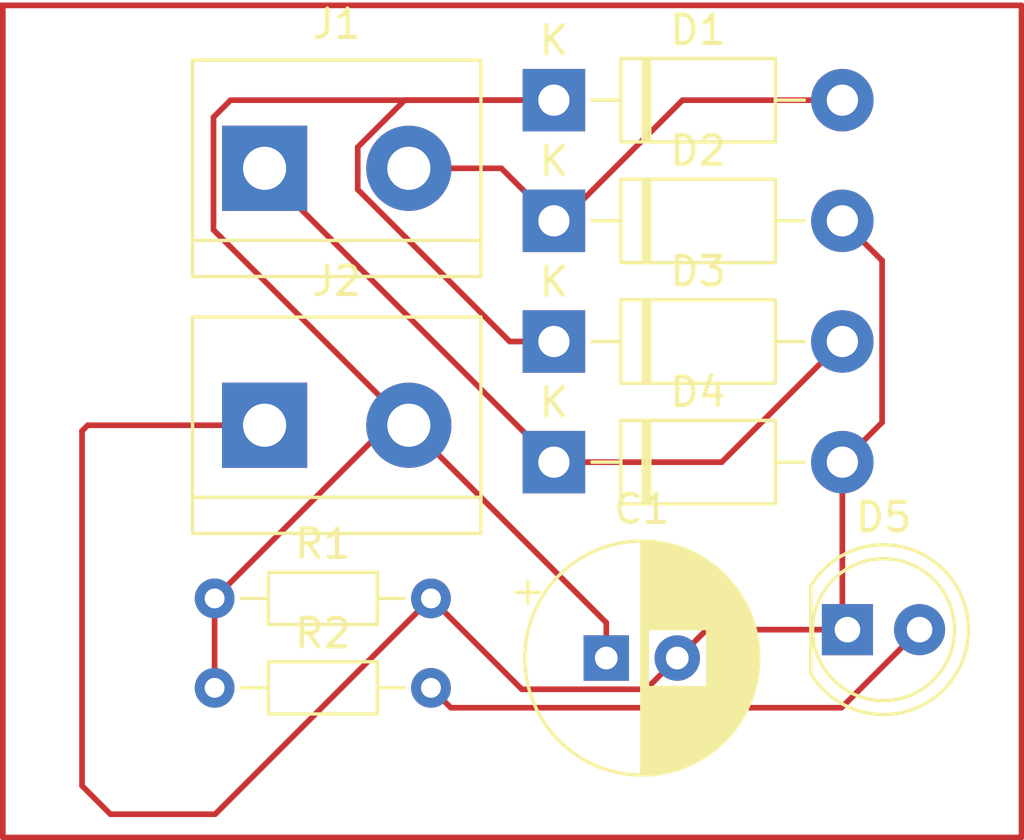
<source format=kicad_pcb>
(kicad_pcb (version 20240108) (generator "pcbnew") (generator_version "8.0")
  (layers (0 "F.Cu" signal) (31 "B.Cu" signal) (34 "B.Paste" user) (35 "F.Paste" user) (36 "B.SilkS" user "B.Silkscreen") (37 "F.SilkS" user "F.Silkscreen") (38 "B.Mask" user) (39 "F.Mask" user) (44 "Edge.Cuts" user))
  (net 0 "")
  (net 1 "GND")
  (net 2 "Net-(D1-K)")
  (net 3 "Net-(D1-A)")
  (net 4 "Net-(D3-A)")
  (net 5 "Net-(D5-A)")
  (footprint "TerminalBlock:TerminalBlock_bornier-2_P5.08mm" (layer "F.Cu") (at 139.43 98.8)
    (property "Reference" "J2" (at 2.54 -5.08 0) (layer "F.SilkS"))
    (property "Value" "Screw_Terminal_01x02")
    (fp_line (start -2.54 -3.81) (end -2.54 3.81) (stroke (width 0.12)) (layer "F.SilkS"))
    (fp_line (start -2.54 3.81) (end 7.62 3.81) (stroke (width 0.12)) (layer "F.SilkS"))
    (fp_line (start 7.62 -3.81) (end -2.54 -3.81) (stroke (width 0.12)) (layer "F.SilkS"))
    (fp_line (start 7.62 2.54) (end -2.54 2.54) (stroke (width 0.12)) (layer "F.SilkS"))
    (fp_line (start 7.62 3.81) (end 7.62 -3.81) (stroke (width 0.12)) (layer "F.SilkS"))
    (pad "1" thru_hole rect (at 0 0) (size 3 3) (drill 1.52) (layers "*.Cu" "*.Mask") (net 1 "GND"))
    (pad "2" thru_hole circle (at 5.08 0) (size 3 3) (drill 1.52) (layers "*.Cu" "*.Mask") (net 2 "Net-(D1-K)"))
  )
  (footprint "Diode_THT:D_DO-41_SOD81_P10.16mm_Horizontal" (layer "F.Cu") (at 149.62 95.85)
    (property "Reference" "D3" (at 5.08 -2.47 0) (layer "F.SilkS"))
    (property "Value" "1N4007")
    (fp_line (start 1.34 0) (end 2.36 0) (stroke (width 0.12)) (layer "F.SilkS"))
    (fp_line (start 2.36 -1.47) (end 2.36 1.47) (stroke (width 0.12)) (layer "F.SilkS"))
    (fp_line (start 2.36 1.47) (end 7.8 1.47) (stroke (width 0.12)) (layer "F.SilkS"))
    (fp_line (start 3.14 -1.47) (end 3.14 1.47) (stroke (width 0.12)) (layer "F.SilkS"))
    (fp_line (start 3.26 -1.47) (end 3.26 1.47) (stroke (width 0.12)) (layer "F.SilkS"))
    (fp_line (start 3.38 -1.47) (end 3.38 1.47) (stroke (width 0.12)) (layer "F.SilkS"))
    (fp_line (start 7.8 -1.47) (end 2.36 -1.47) (stroke (width 0.12)) (layer "F.SilkS"))
    (fp_line (start 7.8 1.47) (end 7.8 -1.47) (stroke (width 0.12)) (layer "F.SilkS"))
    (fp_line (start 8.82 0) (end 7.8 0) (stroke (width 0.12)) (layer "F.SilkS"))
    (fp_text user "K" (at 0 -2.1 0) (layer "F.SilkS"))
    (pad "1" thru_hole rect (at 0 0) (size 2.2 2.2) (drill 1.1) (layers "*.Cu" "*.Mask") (net 2 "Net-(D1-K)"))
    (pad "2" thru_hole oval (at 10.16 0) (size 2.2 2.2) (drill 1.1) (layers "*.Cu" "*.Mask") (net 4 "Net-(D3-A)"))
  )
  (footprint "LED_THT:LED_D5.0mm" (layer "F.Cu") (at 159.96 106)
    (property "Reference" "D5" (at 1.27 -3.96 0) (layer "F.SilkS"))
    (property "Value" "LED")
    (fp_line (start -1.29 -1.545) (end -1.29 1.545) (stroke (width 0.12)) (layer "F.SilkS"))
    (fp_arc (start -1.29 -1.54483) (mid 2.072002 -2.880433) (end 4.26 0.000462) (stroke (width 0.12)) (layer "F.SilkS"))
    (fp_arc (start 4.26 -0.000462) (mid 2.072002 2.880433) (end -1.29 1.54483) (stroke (width 0.12)) (layer "F.SilkS"))
    (fp_circle (center 1.27 0) (end 3.77 0) (stroke (width 0.12)) (fill none) (layer "F.SilkS"))
    (pad "1" thru_hole rect (at 0 0) (size 1.8 1.8) (drill 0.9) (layers "*.Cu" "*.Mask") (net 1 "GND"))
    (pad "2" thru_hole circle (at 2.54 0) (size 1.8 1.8) (drill 0.9) (layers "*.Cu" "*.Mask") (net 5 "Net-(D5-A)"))
  )
  (footprint "Capacitor_THT:CP_Radial_D8.0mm_P2.50mm" (layer "F.Cu") (at 151.464698 107)
    (property "Reference" "C1" (at 1.25 -5.25 0) (layer "F.SilkS"))
    (property "Value" "1000")
    (fp_line (start -3.159698 -2.315) (end -2.359698 -2.315) (stroke (width 0.12)) (layer "F.SilkS"))
    (fp_line (start -2.759698 -2.715) (end -2.759698 -1.915) (stroke (width 0.12)) (layer "F.SilkS"))
    (fp_line (start 1.25 -4.08) (end 1.25 4.08) (stroke (width 0.12)) (layer "F.SilkS"))
    (fp_line (start 1.29 -4.08) (end 1.29 4.08) (stroke (width 0.12)) (layer "F.SilkS"))
    (fp_line (start 1.33 -4.08) (end 1.33 4.08) (stroke (width 0.12)) (layer "F.SilkS"))
    (fp_line (start 1.37 -4.079) (end 1.37 4.079) (stroke (width 0.12)) (layer "F.SilkS"))
    (fp_line (start 1.41 -4.077) (end 1.41 4.077) (stroke (width 0.12)) (layer "F.SilkS"))
    (fp_line (start 1.45 -4.076) (end 1.45 4.076) (stroke (width 0.12)) (layer "F.SilkS"))
    (fp_line (start 1.49 -4.074) (end 1.49 -1.04) (stroke (width 0.12)) (layer "F.SilkS"))
    (fp_line (start 1.49 1.04) (end 1.49 4.074) (stroke (width 0.12)) (layer "F.SilkS"))
    (fp_line (start 1.53 -4.071) (end 1.53 -1.04) (stroke (width 0.12)) (layer "F.SilkS"))
    (fp_line (start 1.53 1.04) (end 1.53 4.071) (stroke (width 0.12)) (layer "F.SilkS"))
    (fp_line (start 1.57 -4.068) (end 1.57 -1.04) (stroke (width 0.12)) (layer "F.SilkS"))
    (fp_line (start 1.57 1.04) (end 1.57 4.068) (stroke (width 0.12)) (layer "F.SilkS"))
    (fp_line (start 1.61 -4.065) (end 1.61 -1.04) (stroke (width 0.12)) (layer "F.SilkS"))
    (fp_line (start 1.61 1.04) (end 1.61 4.065) (stroke (width 0.12)) (layer "F.SilkS"))
    (fp_line (start 1.65 -4.061) (end 1.65 -1.04) (stroke (width 0.12)) (layer "F.SilkS"))
    (fp_line (start 1.65 1.04) (end 1.65 4.061) (stroke (width 0.12)) (layer "F.SilkS"))
    (fp_line (start 1.69 -4.057) (end 1.69 -1.04) (stroke (width 0.12)) (layer "F.SilkS"))
    (fp_line (start 1.69 1.04) (end 1.69 4.057) (stroke (width 0.12)) (layer "F.SilkS"))
    (fp_line (start 1.73 -4.052) (end 1.73 -1.04) (stroke (width 0.12)) (layer "F.SilkS"))
    (fp_line (start 1.73 1.04) (end 1.73 4.052) (stroke (width 0.12)) (layer "F.SilkS"))
    (fp_line (start 1.77 -4.048) (end 1.77 -1.04) (stroke (width 0.12)) (layer "F.SilkS"))
    (fp_line (start 1.77 1.04) (end 1.77 4.048) (stroke (width 0.12)) (layer "F.SilkS"))
    (fp_line (start 1.81 -4.042) (end 1.81 -1.04) (stroke (width 0.12)) (layer "F.SilkS"))
    (fp_line (start 1.81 1.04) (end 1.81 4.042) (stroke (width 0.12)) (layer "F.SilkS"))
    (fp_line (start 1.85 -4.037) (end 1.85 -1.04) (stroke (width 0.12)) (layer "F.SilkS"))
    (fp_line (start 1.85 1.04) (end 1.85 4.037) (stroke (width 0.12)) (layer "F.SilkS"))
    (fp_line (start 1.89 -4.03) (end 1.89 -1.04) (stroke (width 0.12)) (layer "F.SilkS"))
    (fp_line (start 1.89 1.04) (end 1.89 4.03) (stroke (width 0.12)) (layer "F.SilkS"))
    (fp_line (start 1.93 -4.024) (end 1.93 -1.04) (stroke (width 0.12)) (layer "F.SilkS"))
    (fp_line (start 1.93 1.04) (end 1.93 4.024) (stroke (width 0.12)) (layer "F.SilkS"))
    (fp_line (start 1.971 -4.017) (end 1.971 -1.04) (stroke (width 0.12)) (layer "F.SilkS"))
    (fp_line (start 1.971 1.04) (end 1.971 4.017) (stroke (width 0.12)) (layer "F.SilkS"))
    (fp_line (start 2.011 -4.01) (end 2.011 -1.04) (stroke (width 0.12)) (layer "F.SilkS"))
    (fp_line (start 2.011 1.04) (end 2.011 4.01) (stroke (width 0.12)) (layer "F.SilkS"))
    (fp_line (start 2.051 -4.002) (end 2.051 -1.04) (stroke (width 0.12)) (layer "F.SilkS"))
    (fp_line (start 2.051 1.04) (end 2.051 4.002) (stroke (width 0.12)) (layer "F.SilkS"))
    (fp_line (start 2.091 -3.994) (end 2.091 -1.04) (stroke (width 0.12)) (layer "F.SilkS"))
    (fp_line (start 2.091 1.04) (end 2.091 3.994) (stroke (width 0.12)) (layer "F.SilkS"))
    (fp_line (start 2.131 -3.985) (end 2.131 -1.04) (stroke (width 0.12)) (layer "F.SilkS"))
    (fp_line (start 2.131 1.04) (end 2.131 3.985) (stroke (width 0.12)) (layer "F.SilkS"))
    (fp_line (start 2.171 -3.976) (end 2.171 -1.04) (stroke (width 0.12)) (layer "F.SilkS"))
    (fp_line (start 2.171 1.04) (end 2.171 3.976) (stroke (width 0.12)) (layer "F.SilkS"))
    (fp_line (start 2.211 -3.967) (end 2.211 -1.04) (stroke (width 0.12)) (layer "F.SilkS"))
    (fp_line (start 2.211 1.04) (end 2.211 3.967) (stroke (width 0.12)) (layer "F.SilkS"))
    (fp_line (start 2.251 -3.957) (end 2.251 -1.04) (stroke (width 0.12)) (layer "F.SilkS"))
    (fp_line (start 2.251 1.04) (end 2.251 3.957) (stroke (width 0.12)) (layer "F.SilkS"))
    (fp_line (start 2.291 -3.947) (end 2.291 -1.04) (stroke (width 0.12)) (layer "F.SilkS"))
    (fp_line (start 2.291 1.04) (end 2.291 3.947) (stroke (width 0.12)) (layer "F.SilkS"))
    (fp_line (start 2.331 -3.936) (end 2.331 -1.04) (stroke (width 0.12)) (layer "F.SilkS"))
    (fp_line (start 2.331 1.04) (end 2.331 3.936) (stroke (width 0.12)) (layer "F.SilkS"))
    (fp_line (start 2.371 -3.925) (end 2.371 -1.04) (stroke (width 0.12)) (layer "F.SilkS"))
    (fp_line (start 2.371 1.04) (end 2.371 3.925) (stroke (width 0.12)) (layer "F.SilkS"))
    (fp_line (start 2.411 -3.914) (end 2.411 -1.04) (stroke (width 0.12)) (layer "F.SilkS"))
    (fp_line (start 2.411 1.04) (end 2.411 3.914) (stroke (width 0.12)) (layer "F.SilkS"))
    (fp_line (start 2.451 -3.902) (end 2.451 -1.04) (stroke (width 0.12)) (layer "F.SilkS"))
    (fp_line (start 2.451 1.04) (end 2.451 3.902) (stroke (width 0.12)) (layer "F.SilkS"))
    (fp_line (start 2.491 -3.889) (end 2.491 -1.04) (stroke (width 0.12)) (layer "F.SilkS"))
    (fp_line (start 2.491 1.04) (end 2.491 3.889) (stroke (width 0.12)) (layer "F.SilkS"))
    (fp_line (start 2.531 -3.877) (end 2.531 -1.04) (stroke (width 0.12)) (layer "F.SilkS"))
    (fp_line (start 2.531 1.04) (end 2.531 3.877) (stroke (width 0.12)) (layer "F.SilkS"))
    (fp_line (start 2.571 -3.863) (end 2.571 -1.04) (stroke (width 0.12)) (layer "F.SilkS"))
    (fp_line (start 2.571 1.04) (end 2.571 3.863) (stroke (width 0.12)) (layer "F.SilkS"))
    (fp_line (start 2.611 -3.85) (end 2.611 -1.04) (stroke (width 0.12)) (layer "F.SilkS"))
    (fp_line (start 2.611 1.04) (end 2.611 3.85) (stroke (width 0.12)) (layer "F.SilkS"))
    (fp_line (start 2.651 -3.835) (end 2.651 -1.04) (stroke (width 0.12)) (layer "F.SilkS"))
    (fp_line (start 2.651 1.04) (end 2.651 3.835) (stroke (width 0.12)) (layer "F.SilkS"))
    (fp_line (start 2.691 -3.821) (end 2.691 -1.04) (stroke (width 0.12)) (layer "F.SilkS"))
    (fp_line (start 2.691 1.04) (end 2.691 3.821) (stroke (width 0.12)) (layer "F.SilkS"))
    (fp_line (start 2.731 -3.805) (end 2.731 -1.04) (stroke (width 0.12)) (layer "F.SilkS"))
    (fp_line (start 2.731 1.04) (end 2.731 3.805) (stroke (width 0.12)) (layer "F.SilkS"))
    (fp_line (start 2.771 -3.79) (end 2.771 -1.04) (stroke (width 0.12)) (layer "F.SilkS"))
    (fp_line (start 2.771 1.04) (end 2.771 3.79) (stroke (width 0.12)) (layer "F.SilkS"))
    (fp_line (start 2.811 -3.774) (end 2.811 -1.04) (stroke (width 0.12)) (layer "F.SilkS"))
    (fp_line (start 2.811 1.04) (end 2.811 3.774) (stroke (width 0.12)) (layer "F.SilkS"))
    (fp_line (start 2.851 -3.757) (end 2.851 -1.04) (stroke (width 0.12)) (layer "F.SilkS"))
    (fp_line (start 2.851 1.04) (end 2.851 3.757) (stroke (width 0.12)) (layer "F.SilkS"))
    (fp_line (start 2.891 -3.74) (end 2.891 -1.04) (stroke (width 0.12)) (layer "F.SilkS"))
    (fp_line (start 2.891 1.04) (end 2.891 3.74) (stroke (width 0.12)) (layer "F.SilkS"))
    (fp_line (start 2.931 -3.722) (end 2.931 -1.04) (stroke (width 0.12)) (layer "F.SilkS"))
    (fp_line (start 2.931 1.04) (end 2.931 3.722) (stroke (width 0.12)) (layer "F.SilkS"))
    (fp_line (start 2.971 -3.704) (end 2.971 -1.04) (stroke (width 0.12)) (layer "F.SilkS"))
    (fp_line (start 2.971 1.04) (end 2.971 3.704) (stroke (width 0.12)) (layer "F.SilkS"))
    (fp_line (start 3.011 -3.686) (end 3.011 -1.04) (stroke (width 0.12)) (layer "F.SilkS"))
    (fp_line (start 3.011 1.04) (end 3.011 3.686) (stroke (width 0.12)) (layer "F.SilkS"))
    (fp_line (start 3.051 -3.666) (end 3.051 -1.04) (stroke (width 0.12)) (layer "F.SilkS"))
    (fp_line (start 3.051 1.04) (end 3.051 3.666) (stroke (width 0.12)) (layer "F.SilkS"))
    (fp_line (start 3.091 -3.647) (end 3.091 -1.04) (stroke (width 0.12)) (layer "F.SilkS"))
    (fp_line (start 3.091 1.04) (end 3.091 3.647) (stroke (width 0.12)) (layer "F.SilkS"))
    (fp_line (start 3.131 -3.627) (end 3.131 -1.04) (stroke (width 0.12)) (layer "F.SilkS"))
    (fp_line (start 3.131 1.04) (end 3.131 3.627) (stroke (width 0.12)) (layer "F.SilkS"))
    (fp_line (start 3.171 -3.606) (end 3.171 -1.04) (stroke (width 0.12)) (layer "F.SilkS"))
    (fp_line (start 3.171 1.04) (end 3.171 3.606) (stroke (width 0.12)) (layer "F.SilkS"))
    (fp_line (start 3.211 -3.584) (end 3.211 -1.04) (stroke (width 0.12)) (layer "F.SilkS"))
    (fp_line (start 3.211 1.04) (end 3.211 3.584) (stroke (width 0.12)) (layer "F.SilkS"))
    (fp_line (start 3.251 -3.562) (end 3.251 -1.04) (stroke (width 0.12)) (layer "F.SilkS"))
    (fp_line (start 3.251 1.04) (end 3.251 3.562) (stroke (width 0.12)) (layer "F.SilkS"))
    (fp_line (start 3.291 -3.54) (end 3.291 -1.04) (stroke (width 0.12)) (layer "F.SilkS"))
    (fp_line (start 3.291 1.04) (end 3.291 3.54) (stroke (width 0.12)) (layer "F.SilkS"))
    (fp_line (start 3.331 -3.517) (end 3.331 -1.04) (stroke (width 0.12)) (layer "F.SilkS"))
    (fp_line (start 3.331 1.04) (end 3.331 3.517) (stroke (width 0.12)) (layer "F.SilkS"))
    (fp_line (start 3.371 -3.493) (end 3.371 -1.04) (stroke (width 0.12)) (layer "F.SilkS"))
    (fp_line (start 3.371 1.04) (end 3.371 3.493) (stroke (width 0.12)) (layer "F.SilkS"))
    (fp_line (start 3.411 -3.469) (end 3.411 -1.04) (stroke (width 0.12)) (layer "F.SilkS"))
    (fp_line (start 3.411 1.04) (end 3.411 3.469) (stroke (width 0.12)) (layer "F.SilkS"))
    (fp_line (start 3.451 -3.444) (end 3.451 -1.04) (stroke (width 0.12)) (layer "F.SilkS"))
    (fp_line (start 3.451 1.04) (end 3.451 3.444) (stroke (width 0.12)) (layer "F.SilkS"))
    (fp_line (start 3.491 -3.418) (end 3.491 -1.04) (stroke (width 0.12)) (layer "F.SilkS"))
    (fp_line (start 3.491 1.04) (end 3.491 3.418) (stroke (width 0.12)) (layer "F.SilkS"))
    (fp_line (start 3.531 -3.392) (end 3.531 -1.04) (stroke (width 0.12)) (layer "F.SilkS"))
    (fp_line (start 3.531 1.04) (end 3.531 3.392) (stroke (width 0.12)) (layer "F.SilkS"))
    (fp_line (start 3.571 -3.365) (end 3.571 3.365) (stroke (width 0.12)) (layer "F.SilkS"))
    (fp_line (start 3.611 -3.338) (end 3.611 3.338) (stroke (width 0.12)) (layer "F.SilkS"))
    (fp_line (start 3.651 -3.309) (end 3.651 3.309) (stroke (width 0.12)) (layer "F.SilkS"))
    (fp_line (start 3.691 -3.28) (end 3.691 3.28) (stroke (width 0.12)) (layer "F.SilkS"))
    (fp_line (start 3.731 -3.25) (end 3.731 3.25) (stroke (width 0.12)) (layer "F.SilkS"))
    (fp_line (start 3.771 -3.22) (end 3.771 3.22) (stroke (width 0.12)) (layer "F.SilkS"))
    (fp_line (start 3.811 -3.189) (end 3.811 3.189) (stroke (width 0.12)) (layer "F.SilkS"))
    (fp_line (start 3.851 -3.156) (end 3.851 3.156) (stroke (width 0.12)) (layer "F.SilkS"))
    (fp_line (start 3.891 -3.124) (end 3.891 3.124) (stroke (width 0.12)) (layer "F.SilkS"))
    (fp_line (start 3.931 -3.09) (end 3.931 3.09) (stroke (width 0.12)) (layer "F.SilkS"))
    (fp_line (start 3.971 -3.055) (end 3.971 3.055) (stroke (width 0.12)) (layer "F.SilkS"))
    (fp_line (start 4.011 -3.019) (end 4.011 3.019) (stroke (width 0.12)) (layer "F.SilkS"))
    (fp_line (start 4.051 -2.983) (end 4.051 2.983) (stroke (width 0.12)) (layer "F.SilkS"))
    (fp_line (start 4.091 -2.945) (end 4.091 2.945) (stroke (width 0.12)) (layer "F.SilkS"))
    (fp_line (start 4.131 -2.907) (end 4.131 2.907) (stroke (width 0.12)) (layer "F.SilkS"))
    (fp_line (start 4.171 -2.867) (end 4.171 2.867) (stroke (width 0.12)) (layer "F.SilkS"))
    (fp_line (start 4.211 -2.826) (end 4.211 2.826) (stroke (width 0.12)) (layer "F.SilkS"))
    (fp_line (start 4.251 -2.784) (end 4.251 2.784) (stroke (width 0.12)) (layer "F.SilkS"))
    (fp_line (start 4.291 -2.741) (end 4.291 2.741) (stroke (width 0.12)) (layer "F.SilkS"))
    (fp_line (start 4.331 -2.697) (end 4.331 2.697) (stroke (width 0.12)) (layer "F.SilkS"))
    (fp_line (start 4.371 -2.651) (end 4.371 2.651) (stroke (width 0.12)) (layer "F.SilkS"))
    (fp_line (start 4.411 -2.604) (end 4.411 2.604) (stroke (width 0.12)) (layer "F.SilkS"))
    (fp_line (start 4.451 -2.556) (end 4.451 2.556) (stroke (width 0.12)) (layer "F.SilkS"))
    (fp_line (start 4.491 -2.505) (end 4.491 2.505) (stroke (width 0.12)) (layer "F.SilkS"))
    (fp_line (start 4.531 -2.454) (end 4.531 2.454) (stroke (width 0.12)) (layer "F.SilkS"))
    (fp_line (start 4.571 -2.4) (end 4.571 2.4) (stroke (width 0.12)) (layer "F.SilkS"))
    (fp_line (start 4.611 -2.345) (end 4.611 2.345) (stroke (width 0.12)) (layer "F.SilkS"))
    (fp_line (start 4.651 -2.287) (end 4.651 2.287) (stroke (width 0.12)) (layer "F.SilkS"))
    (fp_line (start 4.691 -2.228) (end 4.691 2.228) (stroke (width 0.12)) (layer "F.SilkS"))
    (fp_line (start 4.731 -2.166) (end 4.731 2.166) (stroke (width 0.12)) (layer "F.SilkS"))
    (fp_line (start 4.771 -2.102) (end 4.771 2.102) (stroke (width 0.12)) (layer "F.SilkS"))
    (fp_line (start 4.811 -2.034) (end 4.811 2.034) (stroke (width 0.12)) (layer "F.SilkS"))
    (fp_line (start 4.851 -1.964) (end 4.851 1.964) (stroke (width 0.12)) (layer "F.SilkS"))
    (fp_line (start 4.891 -1.89) (end 4.891 1.89) (stroke (width 0.12)) (layer "F.SilkS"))
    (fp_line (start 4.931 -1.813) (end 4.931 1.813) (stroke (width 0.12)) (layer "F.SilkS"))
    (fp_line (start 4.971 -1.731) (end 4.971 1.731) (stroke (width 0.12)) (layer "F.SilkS"))
    (fp_line (start 5.011 -1.645) (end 5.011 1.645) (stroke (width 0.12)) (layer "F.SilkS"))
    (fp_line (start 5.051 -1.552) (end 5.051 1.552) (stroke (width 0.12)) (layer "F.SilkS"))
    (fp_line (start 5.091 -1.453) (end 5.091 1.453) (stroke (width 0.12)) (layer "F.SilkS"))
    (fp_line (start 5.131 -1.346) (end 5.131 1.346) (stroke (width 0.12)) (layer "F.SilkS"))
    (fp_line (start 5.171 -1.229) (end 5.171 1.229) (stroke (width 0.12)) (layer "F.SilkS"))
    (fp_line (start 5.211 -1.098) (end 5.211 1.098) (stroke (width 0.12)) (layer "F.SilkS"))
    (fp_line (start 5.251 -0.948) (end 5.251 0.948) (stroke (width 0.12)) (layer "F.SilkS"))
    (fp_line (start 5.291 -0.768) (end 5.291 0.768) (stroke (width 0.12)) (layer "F.SilkS"))
    (fp_line (start 5.331 -0.533) (end 5.331 0.533) (stroke (width 0.12)) (layer "F.SilkS"))
    (fp_circle (center 1.25 0) (end 5.37 0) (stroke (width 0.12)) (fill none) (layer "F.SilkS"))
    (pad "1" thru_hole rect (at 0 0) (size 1.6 1.6) (drill 0.8) (layers "*.Cu" "*.Mask") (net 2 "Net-(D1-K)"))
    (pad "2" thru_hole circle (at 2.5 0) (size 1.6 1.6) (drill 0.8) (layers "*.Cu" "*.Mask") (net 1 "GND"))
  )
  (footprint "Diode_THT:D_DO-41_SOD81_P10.16mm_Horizontal" (layer "F.Cu") (at 149.62 100.1)
    (property "Reference" "D4" (at 5.08 -2.47 0) (layer "F.SilkS"))
    (property "Value" "1N4007")
    (fp_line (start 1.34 0) (end 2.36 0) (stroke (width 0.12)) (layer "F.SilkS"))
    (fp_line (start 2.36 -1.47) (end 2.36 1.47) (stroke (width 0.12)) (layer "F.SilkS"))
    (fp_line (start 2.36 1.47) (end 7.8 1.47) (stroke (width 0.12)) (layer "F.SilkS"))
    (fp_line (start 3.14 -1.47) (end 3.14 1.47) (stroke (width 0.12)) (layer "F.SilkS"))
    (fp_line (start 3.26 -1.47) (end 3.26 1.47) (stroke (width 0.12)) (layer "F.SilkS"))
    (fp_line (start 3.38 -1.47) (end 3.38 1.47) (stroke (width 0.12)) (layer "F.SilkS"))
    (fp_line (start 7.8 -1.47) (end 2.36 -1.47) (stroke (width 0.12)) (layer "F.SilkS"))
    (fp_line (start 7.8 1.47) (end 7.8 -1.47) (stroke (width 0.12)) (layer "F.SilkS"))
    (fp_line (start 8.82 0) (end 7.8 0) (stroke (width 0.12)) (layer "F.SilkS"))
    (fp_text user "K" (at 0 -2.1 0) (layer "F.SilkS"))
    (pad "1" thru_hole rect (at 0 0) (size 2.2 2.2) (drill 1.1) (layers "*.Cu" "*.Mask") (net 4 "Net-(D3-A)"))
    (pad "2" thru_hole oval (at 10.16 0) (size 2.2 2.2) (drill 1.1) (layers "*.Cu" "*.Mask") (net 1 "GND"))
  )
  (footprint "Diode_THT:D_DO-41_SOD81_P10.16mm_Horizontal" (layer "F.Cu") (at 149.62 87.35)
    (property "Reference" "D1" (at 5.08 -2.47 0) (layer "F.SilkS"))
    (property "Value" "1N4007")
    (fp_line (start 1.34 0) (end 2.36 0) (stroke (width 0.12)) (layer "F.SilkS"))
    (fp_line (start 2.36 -1.47) (end 2.36 1.47) (stroke (width 0.12)) (layer "F.SilkS"))
    (fp_line (start 2.36 1.47) (end 7.8 1.47) (stroke (width 0.12)) (layer "F.SilkS"))
    (fp_line (start 3.14 -1.47) (end 3.14 1.47) (stroke (width 0.12)) (layer "F.SilkS"))
    (fp_line (start 3.26 -1.47) (end 3.26 1.47) (stroke (width 0.12)) (layer "F.SilkS"))
    (fp_line (start 3.38 -1.47) (end 3.38 1.47) (stroke (width 0.12)) (layer "F.SilkS"))
    (fp_line (start 7.8 -1.47) (end 2.36 -1.47) (stroke (width 0.12)) (layer "F.SilkS"))
    (fp_line (start 7.8 1.47) (end 7.8 -1.47) (stroke (width 0.12)) (layer "F.SilkS"))
    (fp_line (start 8.82 0) (end 7.8 0) (stroke (width 0.12)) (layer "F.SilkS"))
    (fp_text user "K" (at 0 -2.1 0) (layer "F.SilkS"))
    (pad "1" thru_hole rect (at 0 0) (size 2.2 2.2) (drill 1.1) (layers "*.Cu" "*.Mask") (net 2 "Net-(D1-K)"))
    (pad "2" thru_hole oval (at 10.16 0) (size 2.2 2.2) (drill 1.1) (layers "*.Cu" "*.Mask") (net 3 "Net-(D1-A)"))
  )
  (footprint "TerminalBlock:TerminalBlock_bornier-2_P5.08mm" (layer "F.Cu") (at 139.43 89.75)
    (property "Reference" "J1" (at 2.54 -5.08 0) (layer "F.SilkS"))
    (property "Value" "Screw_Terminal_01x02")
    (fp_line (start -2.54 -3.81) (end -2.54 3.81) (stroke (width 0.12)) (layer "F.SilkS"))
    (fp_line (start -2.54 3.81) (end 7.62 3.81) (stroke (width 0.12)) (layer "F.SilkS"))
    (fp_line (start 7.62 -3.81) (end -2.54 -3.81) (stroke (width 0.12)) (layer "F.SilkS"))
    (fp_line (start 7.62 2.54) (end -2.54 2.54) (stroke (width 0.12)) (layer "F.SilkS"))
    (fp_line (start 7.62 3.81) (end 7.62 -3.81) (stroke (width 0.12)) (layer "F.SilkS"))
    (pad "1" thru_hole rect (at 0 0) (size 3 3) (drill 1.52) (layers "*.Cu" "*.Mask") (net 4 "Net-(D3-A)"))
    (pad "2" thru_hole circle (at 5.08 0) (size 3 3) (drill 1.52) (layers "*.Cu" "*.Mask") (net 3 "Net-(D1-A)"))
  )
  (footprint "Diode_THT:D_DO-41_SOD81_P10.16mm_Horizontal" (layer "F.Cu") (at 149.62 91.6)
    (property "Reference" "D2" (at 5.08 -2.47 0) (layer "F.SilkS"))
    (property "Value" "1N4007")
    (fp_line (start 1.34 0) (end 2.36 0) (stroke (width 0.12)) (layer "F.SilkS"))
    (fp_line (start 2.36 -1.47) (end 2.36 1.47) (stroke (width 0.12)) (layer "F.SilkS"))
    (fp_line (start 2.36 1.47) (end 7.8 1.47) (stroke (width 0.12)) (layer "F.SilkS"))
    (fp_line (start 3.14 -1.47) (end 3.14 1.47) (stroke (width 0.12)) (layer "F.SilkS"))
    (fp_line (start 3.26 -1.47) (end 3.26 1.47) (stroke (width 0.12)) (layer "F.SilkS"))
    (fp_line (start 3.38 -1.47) (end 3.38 1.47) (stroke (width 0.12)) (layer "F.SilkS"))
    (fp_line (start 7.8 -1.47) (end 2.36 -1.47) (stroke (width 0.12)) (layer "F.SilkS"))
    (fp_line (start 7.8 1.47) (end 7.8 -1.47) (stroke (width 0.12)) (layer "F.SilkS"))
    (fp_line (start 8.82 0) (end 7.8 0) (stroke (width 0.12)) (layer "F.SilkS"))
    (fp_text user "K" (at 0 -2.1 0) (layer "F.SilkS"))
    (pad "1" thru_hole rect (at 0 0) (size 2.2 2.2) (drill 1.1) (layers "*.Cu" "*.Mask") (net 3 "Net-(D1-A)"))
    (pad "2" thru_hole oval (at 10.16 0) (size 2.2 2.2) (drill 1.1) (layers "*.Cu" "*.Mask") (net 1 "GND"))
  )
  (footprint "Resistor_THT:R_Axial_DIN0204_L3.6mm_D1.6mm_P7.62mm_Horizontal" (layer "F.Cu") (at 137.67 104.9)
    (property "Reference" "R1" (at 3.81 -1.92 0) (layer "F.SilkS"))
    (property "Value" "10K")
    (fp_line (start 0.94 0) (end 1.89 0) (stroke (width 0.12)) (layer "F.SilkS"))
    (fp_line (start 1.89 -0.92) (end 1.89 0.92) (stroke (width 0.12)) (layer "F.SilkS"))
    (fp_line (start 1.89 0.92) (end 5.73 0.92) (stroke (width 0.12)) (layer "F.SilkS"))
    (fp_line (start 5.73 -0.92) (end 1.89 -0.92) (stroke (width 0.12)) (layer "F.SilkS"))
    (fp_line (start 5.73 0.92) (end 5.73 -0.92) (stroke (width 0.12)) (layer "F.SilkS"))
    (fp_line (start 6.68 0) (end 5.73 0) (stroke (width 0.12)) (layer "F.SilkS"))
    (pad "1" thru_hole circle (at 0 0) (size 1.4 1.4) (drill 0.7) (layers "*.Cu" "*.Mask") (net 2 "Net-(D1-K)"))
    (pad "2" thru_hole oval (at 7.62 0) (size 1.4 1.4) (drill 0.7) (layers "*.Cu" "*.Mask") (net 1 "GND"))
  )
  (footprint "Resistor_THT:R_Axial_DIN0204_L3.6mm_D1.6mm_P7.62mm_Horizontal" (layer "F.Cu") (at 137.67 108.05)
    (property "Reference" "R2" (at 3.81 -1.92 0) (layer "F.SilkS"))
    (property "Value" "2.2K")
    (fp_line (start 0.94 0) (end 1.89 0) (stroke (width 0.12)) (layer "F.SilkS"))
    (fp_line (start 1.89 -0.92) (end 1.89 0.92) (stroke (width 0.12)) (layer "F.SilkS"))
    (fp_line (start 1.89 0.92) (end 5.73 0.92) (stroke (width 0.12)) (layer "F.SilkS"))
    (fp_line (start 5.73 -0.92) (end 1.89 -0.92) (stroke (width 0.12)) (layer "F.SilkS"))
    (fp_line (start 5.73 0.92) (end 5.73 -0.92) (stroke (width 0.12)) (layer "F.SilkS"))
    (fp_line (start 6.68 0) (end 5.73 0) (stroke (width 0.12)) (layer "F.SilkS"))
    (pad "1" thru_hole circle (at 0 0) (size 1.4 1.4) (drill 0.7) (layers "*.Cu" "*.Mask") (net 2 "Net-(D1-K)"))
    (pad "2" thru_hole oval (at 7.62 0) (size 1.4 1.4) (drill 0.7) (layers "*.Cu" "*.Mask") (net 5 "Net-(D5-A)"))
  )
  (gr_rect (start 130.21 84.01) (end 166.09 113.32) (stroke (width 0.2)) (fill none) (layer "F.Cu"))
  (segment (start 148.49 108.1) (end 152.864698 108.1) (width 0.2) (layer "F.Cu") (net 1))
  (segment (start 133.2 98.8) (end 133 99) (width 0.2) (layer "F.Cu") (net 1))
  (segment (start 159.78 105.82) (end 159.96 106) (width 0.2) (layer "F.Cu") (net 1))
  (segment (start 137.69 112.5) (end 145.29 104.9) (width 0.2) (layer "F.Cu") (net 1))
  (segment (start 161.18 98.7) (end 159.78 100.1) (width 0.2) (layer "F.Cu") (net 1))
  (segment (start 154 107) (end 155 106) (width 0.2) (layer "F.Cu") (net 1))
  (segment (start 139.43 98.8) (end 133.2 98.8) (width 0.2) (layer "F.Cu") (net 1))
  (segment (start 153.964698 107) (end 154 107) (width 0.2) (layer "F.Cu") (net 1))
  (segment (start 133 99) (end 133 111.5) (width 0.2) (layer "F.Cu") (net 1))
  (segment (start 145.29 104.9) (end 148.49 108.1) (width 0.2) (layer "F.Cu") (net 1))
  (segment (start 152.864698 108.1) (end 153.964698 107) (width 0.2) (layer "F.Cu") (net 1))
  (segment (start 134 112.5) (end 137.69 112.5) (width 0.2) (layer "F.Cu") (net 1))
  (segment (start 161.18 93) (end 161.18 98.7) (width 0.2) (layer "F.Cu") (net 1))
  (segment (start 159.78 91.6) (end 161.18 93) (width 0.2) (layer "F.Cu") (net 1))
  (segment (start 159.78 100.1) (end 159.78 105.82) (width 0.2) (layer "F.Cu") (net 1))
  (segment (start 133 111.5) (end 134 112.5) (width 0.2) (layer "F.Cu") (net 1))
  (segment (start 155 106) (end 159.96 106) (width 0.2) (layer "F.Cu") (net 1))
  (segment (start 144.364415 87.35) (end 142.71 89.004415) (width 0.2) (layer "F.Cu") (net 2))
  (segment (start 143.77 98.8) (end 144.51 98.8) (width 0.2) (layer "F.Cu") (net 2))
  (segment (start 137.67 104.9) (end 143.77 98.8) (width 0.2) (layer "F.Cu") (net 2))
  (segment (start 148.064415 95.85) (end 149.62 95.85) (width 0.2) (layer "F.Cu") (net 2))
  (segment (start 137.63 91.92) (end 137.63 87.95) (width 0.2) (layer "F.Cu") (net 2))
  (segment (start 138.23 87.35) (end 149.62 87.35) (width 0.2) (layer "F.Cu") (net 2))
  (segment (start 142.71 90.495585) (end 148.064415 95.85) (width 0.2) (layer "F.Cu") (net 2))
  (segment (start 137.63 87.95) (end 138.23 87.35) (width 0.2) (layer "F.Cu") (net 2))
  (segment (start 149.62 87.35) (end 144.364415 87.35) (width 0.2) (layer "F.Cu") (net 2))
  (segment (start 144.51 98.8) (end 151.464698 105.754698) (width 0.2) (layer "F.Cu") (net 2))
  (segment (start 137.67 104.9) (end 137.67 108.05) (width 0.2) (layer "F.Cu") (net 2))
  (segment (start 151.464698 105.754698) (end 151.464698 107) (width 0.2) (layer "F.Cu") (net 2))
  (segment (start 144.51 98.8) (end 137.63 91.92) (width 0.2) (layer "F.Cu") (net 2))
  (segment (start 142.71 89.004415) (end 142.71 90.495585) (width 0.2) (layer "F.Cu") (net 2))
  (segment (start 149.9 91.6) (end 154.15 87.35) (width 0.2) (layer "F.Cu") (net 3))
  (segment (start 154.15 87.35) (end 159.78 87.35) (width 0.2) (layer "F.Cu") (net 3))
  (segment (start 144.51 89.75) (end 147.77 89.75) (width 0.2) (layer "F.Cu") (net 3))
  (segment (start 147.77 89.75) (end 149.62 91.6) (width 0.2) (layer "F.Cu") (net 3))
  (segment (start 149.62 91.6) (end 149.9 91.6) (width 0.2) (layer "F.Cu") (net 3))
  (segment (start 149.62 100.1) (end 155.53 100.1) (width 0.2) (layer "F.Cu") (net 4))
  (segment (start 155.53 100.1) (end 159.78 95.85) (width 0.2) (layer "F.Cu") (net 4))
  (segment (start 139.43 89.75) (end 139.43 89.91) (width 0.2) (layer "F.Cu") (net 4))
  (segment (start 139.43 89.91) (end 149.62 100.1) (width 0.2) (layer "F.Cu") (net 4))
  (segment (start 145.99 108.75) (end 159.75 108.75) (width 0.2) (layer "F.Cu") (net 5))
  (segment (start 159.75 108.75) (end 162.5 106) (width 0.2) (layer "F.Cu") (net 5))
  (segment (start 145.29 108.05) (end 145.99 108.75) (width 0.2) (layer "F.Cu") (net 5))
)
</source>
